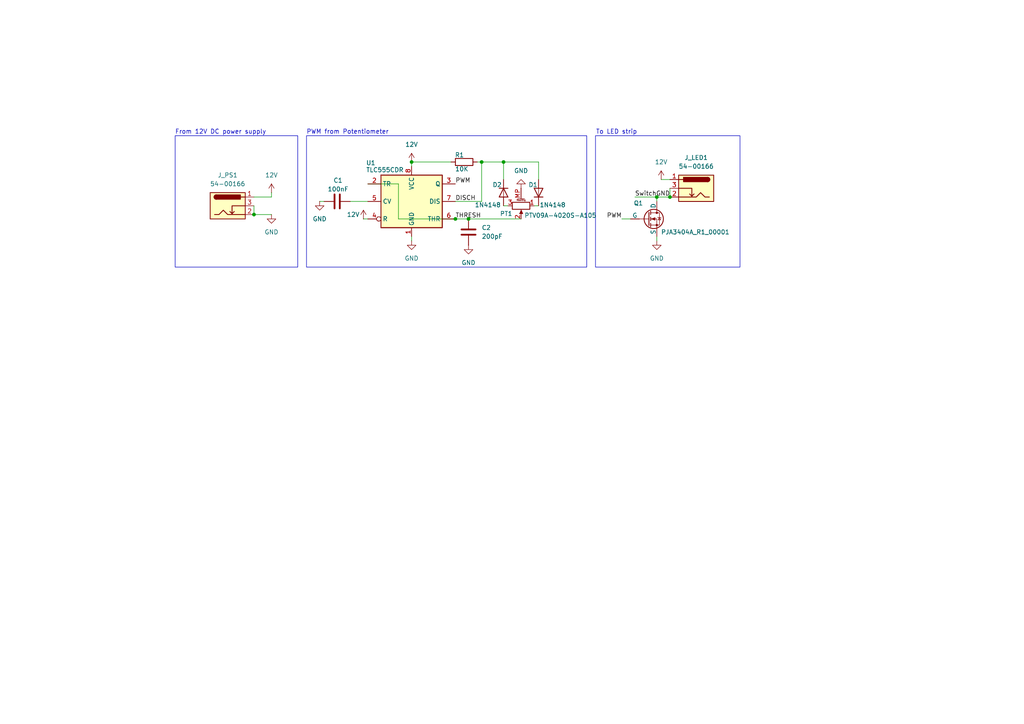
<source format=kicad_sch>
(kicad_sch (version 20250114) (generator "eeschema") (generator_version "9.0")
  (paper "A4")
  (lib_symbols
    (symbol "Connector:Barrel_Jack_Switch" (pin_names (hide yes))
      (property "Reference" "J" (at 0 5.334 0))
      (property "Value" "Barrel_Jack_Switch" (at 0 -5.08 0))
      (symbol "Barrel_Jack_Switch_0_1"
        (rectangle (start -5.08 3.81) (end 5.08 -3.81) (stroke (width 0.254)) (fill (type background)))
        (polyline (pts (xy -3.81 -2.54) (xy -2.54 -2.54) (xy -1.27 -1.27) (xy 0 -2.54) (xy 2.54 -2.54) (xy 5.08 -2.54)) (stroke (width 0.254)))
        (arc (start -3.302 1.905) (mid -3.9343 2.54) (end -3.302 3.175) (stroke (width 0.254)))
        (arc (start -3.302 1.905) (mid -3.9343 2.54) (end -3.302 3.175) (stroke (width 0.254)) (fill (type outline)))
        (polyline (pts (xy 1.27 -2.286) (xy 1.905 -1.651)) (stroke (width 0.254)))
        (rectangle (start 3.683 3.175) (end -3.302 1.905) (stroke (width 0.254)) (fill (type outline)))
        (polyline (pts (xy 5.08 2.54) (xy 3.81 2.54)) (stroke (width 0.254)))
        (polyline (pts (xy 5.08 0) (xy 1.27 0) (xy 1.27 -2.286) (xy 0.635 -1.651)) (stroke (width 0.254)))
      )
      (symbol "Barrel_Jack_Switch_1_1"
        (pin passive line (at 7.62 2.54 180) (length 2.54) (name "~") (number "1"))
        (pin passive line (at 7.62 0 180) (length 2.54) (name "~") (number "3"))
        (pin passive line (at 7.62 -2.54 180) (length 2.54) (name "~") (number "2"))
      )
    )
    (symbol "Device:C" (pin_numbers (hide yes)) (pin_names (offset 0.254))
      (property "Reference" "C" (at 0.635 2.54 0))
      (property "Value" "C" (at 0.635 -2.54 0))
      (symbol "C_0_1"
        (polyline (pts (xy -2.032 0.762) (xy 2.032 0.762)) (stroke (width 0.508)))
        (polyline (pts (xy -2.032 -0.762) (xy 2.032 -0.762)) (stroke (width 0.508)))
      )
      (symbol "C_1_1"
        (pin passive line (at 0 3.81 270) (length 2.794) (name "~") (number "1"))
        (pin passive line (at 0 -3.81 90) (length 2.794) (name "~") (number "2"))
      )
    )
    (symbol "Device:R" (pin_numbers (hide yes)) (pin_names (offset 0))
      (property "Reference" "R" (at 2.032 0 90))
      (property "Value" "R" (at 0 0 90))
      (symbol "R_0_1"
        (rectangle (start -1.016 -2.54) (end 1.016 2.54) (stroke (width 0.254)))
      )
      (symbol "R_1_1"
        (pin passive line (at 0 3.81 270) (length 1.27) (name "~") (number "1"))
        (pin passive line (at 0 -3.81 90) (length 1.27) (name "~") (number "2"))
      )
    )
    (symbol "Device:R_Potentiometer_MountingPin" (pin_names (offset 1.016) (hide yes))
      (property "Reference" "RV" (at -8.255 0 90))
      (property "Value" "R_Potentiometer_MountingPin" (at -6.35 0 90))
      (symbol "R_Potentiometer_MountingPin_0_1"
        (rectangle (start 1.016 2.54) (end -1.016 -2.54) (stroke (width 0.254)))
        (polyline (pts (xy 1.143 0) (xy 2.286 0.508) (xy 2.286 -0.508)) (fill (type outline)))
        (polyline (pts (xy 2.54 0) (xy 1.524 0)))
      )
      (symbol "R_Potentiometer_MountingPin_1_1"
        (polyline (pts (xy -2.032 1.016) (xy -2.032 -1.016)) (stroke (width 0.1524)))
        (text "Mounting" (at -1.651 0 900) (effects (font (size 0.381 0.381))))
        (pin passive line (at -5.08 0 0) (length 3.048) (name "MountPin") (number "MP"))
        (pin passive line (at 0 3.81 270) (length 1.27) (name "1") (number "1"))
        (pin passive line (at 0 -3.81 90) (length 1.27) (name "3") (number "3"))
        (pin passive line (at 3.81 0 180) (length 1.27) (name "2") (number "2"))
      )
    )
    (symbol "Diode:1N4148W" (pin_numbers (hide yes)) (pin_names (hide yes))
      (property "Reference" "D" (at 0 2.54 0))
      (property "Value" "1N4148W" (at 0 -2.54 0))
      (symbol "1N4148W_0_1"
        (polyline (pts (xy -1.27 1.27) (xy -1.27 -1.27)) (stroke (width 0.254)))
        (polyline (pts (xy 1.27 1.27) (xy 1.27 -1.27) (xy -1.27 0) (xy 1.27 1.27)) (stroke (width 0.254)))
        (polyline (pts (xy 1.27 0) (xy -1.27 0)))
      )
      (symbol "1N4148W_1_1"
        (pin passive line (at -3.81 0 0) (length 2.54) (name "K") (number "1"))
        (pin passive line (at 3.81 0 180) (length 2.54) (name "A") (number "2"))
      )
    )
    (symbol "Simulation_SPICE:NMOS" (pin_numbers (hide yes)) (pin_names (offset 0))
      (property "Reference" "Q" (at 5.08 1.27 0))
      (property "Value" "NMOS" (at 5.08 -1.27 0))
      (symbol "NMOS_0_1"
        (polyline (pts (xy 0.254 1.905) (xy 0.254 -1.905)) (stroke (width 0.254)))
        (polyline (pts (xy 0.254 0) (xy -2.54 0)))
        (polyline (pts (xy 0.762 2.286) (xy 0.762 1.27)) (stroke (width 0.254)))
        (polyline (pts (xy 0.762 0.508) (xy 0.762 -0.508)) (stroke (width 0.254)))
        (polyline (pts (xy 0.762 -1.27) (xy 0.762 -2.286)) (stroke (width 0.254)))
        (polyline (pts (xy 0.762 -1.778) (xy 3.302 -1.778) (xy 3.302 1.778) (xy 0.762 1.778)))
        (polyline (pts (xy 1.016 0) (xy 2.032 0.381) (xy 2.032 -0.381) (xy 1.016 0)) (fill (type outline)))
        (circle (center 1.651 0) (radius 2.794) (stroke (width 0.254)))
        (polyline (pts (xy 2.54 2.54) (xy 2.54 1.778)))
        (circle (center 2.54 1.778) (radius 0.254) (fill (type outline)))
        (circle (center 2.54 -1.778) (radius 0.254) (fill (type outline)))
        (polyline (pts (xy 2.54 -2.54) (xy 2.54 0) (xy 0.762 0)))
        (polyline (pts (xy 2.794 0.508) (xy 2.921 0.381) (xy 3.683 0.381) (xy 3.81 0.254)))
        (polyline (pts (xy 3.302 0.381) (xy 2.921 -0.254) (xy 3.683 -0.254) (xy 3.302 0.381)))
      )
      (symbol "NMOS_1_1"
        (pin input line (at -5.08 0 0) (length 2.54) (name "G") (number "2"))
        (pin passive line (at 2.54 5.08 270) (length 2.54) (name "D") (number "1"))
        (pin passive line (at 2.54 -5.08 90) (length 2.54) (name "S") (number "3"))
      )
    )
    (symbol "Timer:TLC555xD"
      (property "Reference" "U" (at -10.16 8.89 0))
      (property "Value" "TLC555xD" (at 2.54 8.89 0))
      (symbol "TLC555xD_0_0"
        (pin power_in line (at 0 10.16 270) (length 2.54) (name "VCC") (number "8"))
        (pin power_in line (at 0 -10.16 90) (length 2.54) (name "GND") (number "1"))
      )
      (symbol "TLC555xD_0_1"
        (rectangle (start -8.89 -7.62) (end 8.89 7.62) (stroke (width 0.254)) (fill (type background)))
        (rectangle (start -8.89 -7.62) (end 8.89 7.62) (stroke (width 0.254)) (fill (type background)))
      )
      (symbol "TLC555xD_1_1"
        (pin input line (at -12.7 5.08 0) (length 3.81) (name "TR") (number "2"))
        (pin input line (at -12.7 0 0) (length 3.81) (name "CV") (number "5"))
        (pin input inverted (at -12.7 -5.08 0) (length 3.81) (name "R") (number "4"))
        (pin output line (at 12.7 5.08 180) (length 3.81) (name "Q") (number "3"))
        (pin input line (at 12.7 0 180) (length 3.81) (name "DIS") (number "7"))
        (pin input line (at 12.7 -5.08 180) (length 3.81) (name "THR") (number "6"))
      )
    )
    (symbol "power:+12V" (power) (pin_numbers (hide yes)) (pin_names (offset 0) (hide yes))
      (property "Value" "+12V" (at 0 3.556 0))
      (symbol "+12V_0_1"
        (polyline (pts (xy -0.762 1.27) (xy 0 2.54)))
        (polyline (pts (xy 0 2.54) (xy 0.762 1.27)))
        (polyline (pts (xy 0 0) (xy 0 2.54)))
      )
      (symbol "+12V_1_1"
        (pin power_in line (at 0 0 90) (length 0) (name "~") (number "1"))
      )
    )
    (symbol "power:GND" (power) (pin_numbers (hide yes)) (pin_names (offset 0) (hide yes))
      (property "Value" "GND" (at 0 -3.81 0))
      (symbol "GND_0_1"
        (polyline (pts (xy 0 0) (xy 0 -1.27) (xy 1.27 -1.27) (xy 0 -2.54) (xy -1.27 -1.27) (xy 0 -1.27)))
      )
      (symbol "GND_1_1"
        (pin power_in line (at 0 0 270) (length 0) (name "~") (number "1"))
      )
    )
  )
  (rectangle (start 88.9 39.37) (end 170.18 77.47))
  (rectangle (start 50.8 39.37) (end 86.36 77.47))
  (rectangle (start 172.72 39.37) (end 214.63 77.47))
  (text "From 12V DC power supply" (at 64.008 38.354 0) (effects (font (size 1.27 1.27))))
  (text "To LED strip" (at 178.816 38.354 0) (effects (font (size 1.27 1.27))))
  (text "PWM from Potentiometer" (at 100.838 38.354 0) (effects (font (size 1.27 1.27))))
  (junction (at 135.89 63.5))
  (junction (at 73.66 62.23))
  (junction (at 132.08 63.5))
  (junction (at 146.05 46.99))
  (junction (at 139.7 46.99))
  (junction (at 194.31 57.15))
  (junction (at 119.38 46.99))
  (junction (at 190.5 57.15))
  (wire (pts (xy 180.34 63.5) (xy 182.88 63.5)))
  (wire (pts (xy 156.21 59.69) (xy 154.94 59.69)))
  (wire (pts (xy 119.38 46.99) (xy 119.38 48.26)))
  (wire (pts (xy 191.77 52.07) (xy 194.31 52.07)))
  (wire (pts (xy 139.7 46.99) (xy 146.05 46.99)))
  (wire (pts (xy 194.31 54.61) (xy 194.31 57.15)))
  (wire (pts (xy 146.05 46.99) (xy 156.21 46.99)))
  (wire (pts (xy 146.05 46.99) (xy 146.05 52.07)))
  (wire (pts (xy 73.66 57.15) (xy 78.74 57.15)))
  (wire (pts (xy 151.13 63.5) (xy 135.89 63.5)))
  (wire (pts (xy 115.57 63.5) (xy 132.08 63.5)))
  (wire (pts (xy 101.6 58.42) (xy 106.68 58.42)))
  (wire (pts (xy 106.68 53.34) (xy 115.57 53.34)))
  (wire (pts (xy 105.41 63.5) (xy 106.68 63.5)))
  (wire (pts (xy 184.15 57.15) (xy 190.5 57.15)))
  (wire (pts (xy 132.08 58.42) (xy 139.7 58.42)))
  (wire (pts (xy 73.66 62.23) (xy 78.74 62.23)))
  (wire (pts (xy 132.08 63.5) (xy 135.89 63.5)))
  (wire (pts (xy 115.57 53.34) (xy 115.57 63.5)))
  (wire (pts (xy 146.05 59.69) (xy 147.32 59.69)))
  (wire (pts (xy 190.5 57.15) (xy 194.31 57.15)))
  (wire (pts (xy 119.38 46.99) (xy 130.81 46.99)))
  (wire (pts (xy 139.7 46.99) (xy 138.43 46.99)))
  (wire (pts (xy 92.71 58.42) (xy 93.98 58.42)))
  (wire (pts (xy 156.21 46.99) (xy 156.21 52.07)))
  (wire (pts (xy 190.5 69.85) (xy 190.5 68.58)))
  (wire (pts (xy 73.66 62.23) (xy 73.66 59.69)))
  (wire (pts (xy 139.7 46.99) (xy 139.7 58.42)))
  (wire (pts (xy 78.74 57.15) (xy 78.74 55.88)))
  (wire (pts (xy 119.38 69.85) (xy 119.38 68.58)))
  (wire (pts (xy 190.5 57.15) (xy 190.5 58.42)))
  (label "THRESH" (at 132.08 63.5 0))
  (label "PWM" (at 180.34 63.5 180))
  (label "SwitchGND" (at 184.15 57.15 0))
  (label "DISCH" (at 132.08 58.42 0))
  (label "PWM" (at 132.08 53.34 0))
  (symbol (lib_id "power:+12V") (at 119.38 46.99 0) (unit 1)
    (property "Reference" "#PWR04" (effects (hide yes)))
    (property "Value" "12V" (at 119.38 41.91 0))
    (property "Description" "Power symbol creates a global label with name \"+12V\"" (effects (hide yes)))
  )
  (symbol (lib_id "Diode:1N4148W") (at 146.05 55.88 270) (unit 1)
    (property "Reference" "D2" (at 145.542 53.594 90) (effects (justify right)))
    (property "Value" "1N4148" (at 145.288 59.436 90) (effects (justify right)))
    (property "Footprint" "Diode_SMD:D_SOD-123" (effects (hide yes)))
    (property "Datasheet" "https://www.vishay.com/docs/85748/1n4148w.pdf" (effects (hide yes)))
    (property "Description" "75V 0.15A Fast Switching Diode, SOD-123" (effects (hide yes)))
    (property "Sim.Device" "D" (effects (hide yes)))
    (property "Sim.Pins" "1=K 2=A" (effects (hide yes)))
  )
  (symbol (lib_id "power:GND") (at 135.89 71.12 0) (unit 1)
    (property "Reference" "#PWR06" (effects (hide yes)))
    (property "Value" "GND" (at 135.89 76.2 0))
    (property "Description" "Power symbol creates a global label with name \"GND\" , ground" (effects (hide yes)))
  )
  (symbol (lib_id "Diode:1N4148W") (at 156.21 55.88 90) (unit 1)
    (property "Reference" "D1" (at 155.956 53.594 90) (effects (justify left)))
    (property "Value" "1N4148" (at 164.084 59.436 90) (effects (justify left)))
    (property "Footprint" "Diode_SMD:D_SOD-123" (effects (hide yes)))
    (property "Datasheet" "https://www.vishay.com/docs/85748/1n4148w.pdf" (effects (hide yes)))
    (property "Description" "75V 0.15A Fast Switching Diode, SOD-123" (effects (hide yes)))
    (property "Sim.Device" "D" (effects (hide yes)))
    (property "Sim.Pins" "1=K 2=A" (effects (hide yes)))
  )
  (symbol (lib_id "power:+12V") (at 78.74 55.88 0) (unit 1)
    (property "Reference" "#PWR02" (effects (hide yes)))
    (property "Value" "12V" (at 78.74 50.8 0))
    (property "Description" "Power symbol creates a global label with name \"+12V\"" (effects (hide yes)))
  )
  (symbol (lib_id "power:+12V") (at 105.41 63.5 0) (unit 1)
    (property "Reference" "#PWR03" (effects (hide yes)))
    (property "Value" "12V" (at 100.584 62.23 0) (effects (justify left)))
    (property "Description" "Power symbol creates a global label with name \"+12V\"" (effects (hide yes)))
  )
  (symbol (lib_id "Device:R") (at 134.62 46.99 90) (unit 1)
    (property "Reference" "R1" (at 134.62 44.958 90) (effects (justify left)))
    (property "Value" "10K" (at 135.89 49.022 90) (effects (justify left)))
    (property "Footprint" "Resistor_SMD:R_0805_2012Metric_Pad1.20x1.40mm_HandSolder" (effects (hide yes)))
    (property "Description" "Resistor" (effects (hide yes)))
  )
  (symbol (lib_id "power:+12V") (at 191.77 52.07 0) (unit 1)
    (property "Reference" "#PWR09" (effects (hide yes)))
    (property "Value" "12V" (at 191.77 46.99 0))
    (property "Description" "Power symbol creates a global label with name \"+12V\"" (effects (hide yes)))
  )
  (symbol (lib_id "Device:R_Potentiometer_MountingPin") (at 151.13 59.69 270) (unit 1)
    (property "Reference" "PT1" (at 146.812 61.976 90))
    (property "Value" "PTV09A-4020S-A105" (at 162.56 62.484 90))
    (property "Footprint" "Potentiometer_THT:Potentiometer_Bourns_PTV09A-1_Single_Vertical" (effects (hide yes)))
    (property "Description" "Potentiometer with a mounting pin" (effects (hide yes)))
  )
  (symbol (lib_id "power:GND") (at 190.5 69.85 0) (unit 1)
    (property "Reference" "#PWR08" (effects (hide yes)))
    (property "Value" "GND" (at 190.5 74.93 0))
    (property "Description" "Power symbol creates a global label with name \"GND\" , ground" (effects (hide yes)))
  )
  (symbol (lib_id "Device:C") (at 97.79 58.42 90) (unit 1)
    (property "Reference" "C1" (at 98.044 52.324 90))
    (property "Value" "100nF" (at 98.044 54.864 90))
    (property "Footprint" "Capacitor_SMD:C_0805_2012Metric_Pad1.18x1.45mm_HandSolder" (effects (hide yes)))
    (property "Description" "Unpolarized capacitor" (effects (hide yes)))
  )
  (symbol (lib_id "Timer:TLC555xD") (at 119.38 58.42 0) (unit 1)
    (property "Reference" "U1" (at 106.172 47.244 0) (effects (justify left)))
    (property "Value" "TLC555CDR" (at 106.172 49.276 0) (effects (justify left)))
    (property "Footprint" "Package_SO:SOIC-8_3.9x4.9mm_P1.27mm" (effects (hide yes)))
    (property "Datasheet" "http://www.ti.com/lit/ds/symlink/tlc555.pdf" (effects (hide yes)))
    (property "Description" "Single LinCMOS Timer, 555 compatible, SOIC-8" (effects (hide yes)))
  )
  (symbol (lib_id "power:GND") (at 78.74 62.23 0) (unit 1)
    (property "Reference" "#PWR01" (effects (hide yes)))
    (property "Value" "GND" (at 78.74 67.31 0))
    (property "Description" "Power symbol creates a global label with name \"GND\" , ground" (effects (hide yes)))
  )
  (symbol (lib_id "Simulation_SPICE:NMOS") (at 187.96 63.5 0) (unit 1)
    (property "Reference" "Q1" (at 185.166 58.928 0))
    (property "Value" "PJA3404A_R1_00001" (at 201.676 67.31 0))
    (property "Footprint" "Package_TO_SOT_SMD:SOT-23-3" (effects (hide yes)))
    (property "Datasheet" "https://ngspice.sourceforge.io/docs/ngspice-html-manual/manual.xhtml#cha_MOSFETs" (effects (hide yes)))
    (property "Description" "N-MOSFET transistor, drain/source/gate" (effects (hide yes)))
    (property "Sim.Device" "NMOS" (effects (hide yes)))
    (property "Sim.Type" "VDMOS" (effects (hide yes)))
    (property "Sim.Pins" "1=D 2=G 3=S" (effects (hide yes)))
  )
  (symbol (lib_id "power:GND") (at 119.38 69.85 0) (unit 1)
    (property "Reference" "#PWR05" (effects (hide yes)))
    (property "Value" "GND" (at 119.38 74.93 0))
    (property "Description" "Power symbol creates a global label with name \"GND\" , ground" (effects (hide yes)))
  )
  (symbol (lib_id "Connector:Barrel_Jack_Switch") (at 201.93 54.61 0) (mirror y) (unit 1)
    (property "Reference" "J_LED1" (at 201.93 45.72 0))
    (property "Value" "54-00166" (at 201.93 48.26 0))
    (property "Footprint" "Connector_BarrelJack:BarrelJack_GCT_DCJ200-10-A_Horizontal" (effects (hide yes)))
    (property "Description" "DC Barrel Jack with an internal switch" (effects (hide yes)))
  )
  (symbol (lib_id "power:GND") (at 151.13 54.61 180) (unit 1)
    (property "Reference" "#PWR010" (effects (hide yes)))
    (property "Value" "GND" (at 151.13 49.53 0))
    (property "Description" "Power symbol creates a global label with name \"GND\" , ground" (effects (hide yes)))
  )
  (symbol (lib_id "Device:C") (at 135.89 67.31 0) (unit 1)
    (property "Reference" "C2" (at 139.7 66.0399 0) (effects (justify left)))
    (property "Value" "200pF" (at 139.7 68.5799 0) (effects (justify left)))
    (property "Footprint" "Capacitor_SMD:C_0805_2012Metric_Pad1.18x1.45mm_HandSolder" (effects (hide yes)))
    (property "Description" "Unpolarized capacitor" (effects (hide yes)))
  )
  (symbol (lib_id "power:GND") (at 92.71 58.42 0) (unit 1)
    (property "Reference" "#PWR07" (effects (hide yes)))
    (property "Value" "GND" (at 92.71 63.5 0))
    (property "Description" "Power symbol creates a global label with name \"GND\" , ground" (effects (hide yes)))
  )
  (symbol (lib_id "Connector:Barrel_Jack_Switch") (at 66.04 59.69 0) (unit 1)
    (property "Reference" "J_PS1" (at 66.04 50.8 0))
    (property "Value" "54-00166" (at 66.04 53.34 0))
    (property "Footprint" "Connector_BarrelJack:BarrelJack_GCT_DCJ200-10-A_Horizontal" (effects (hide yes)))
    (property "Description" "DC Barrel Jack with an internal switch" (effects (hide yes)))
  )
)
</source>
